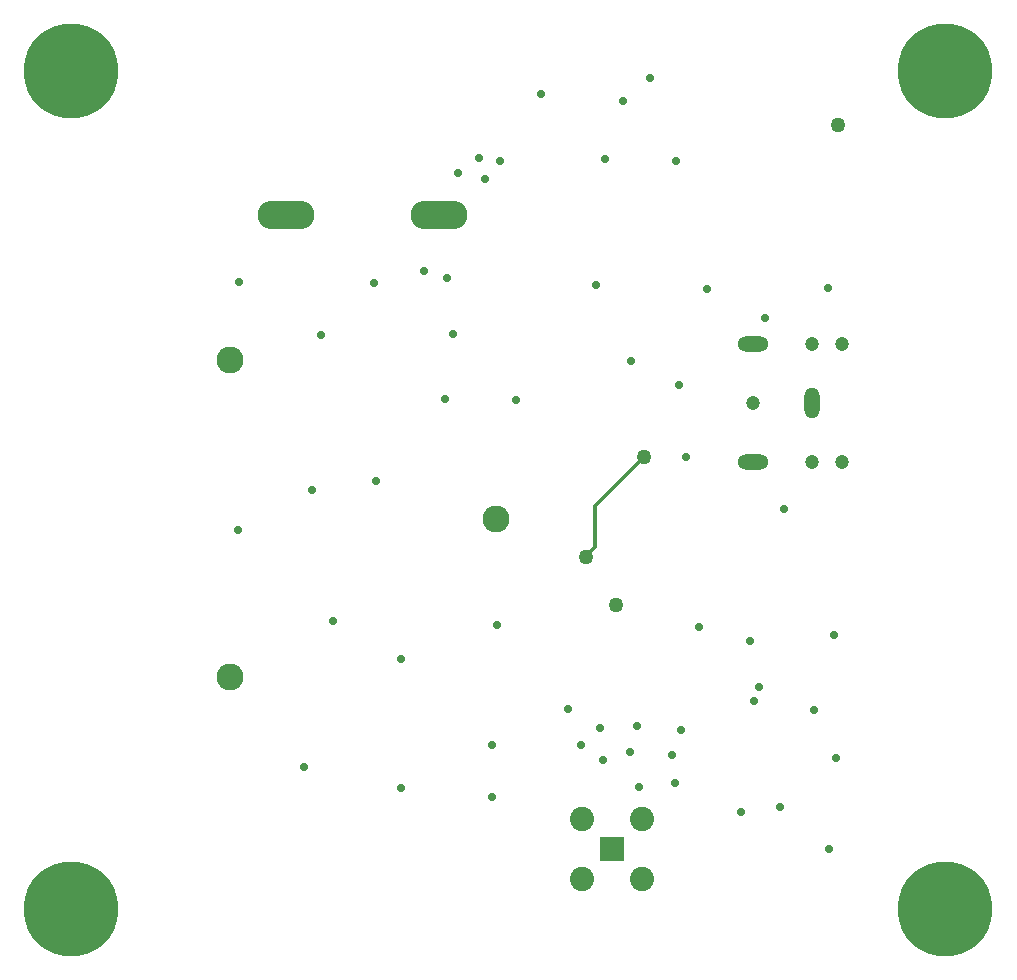
<source format=gbr>
%TF.GenerationSoftware,Altium Limited,Altium Designer,24.2.2 (26)*%
G04 Layer_Physical_Order=4*
G04 Layer_Color=16711680*
%FSLAX45Y45*%
%MOMM*%
%TF.SameCoordinates,979FBE80-878B-4EC3-91C7-7055811A0E5A*%
%TF.FilePolarity,Positive*%
%TF.FileFunction,Copper,L4,Bot,Signal*%
%TF.Part,Single*%
G01*
G75*
%TA.AperFunction,Conductor*%
%ADD32C,0.30000*%
%TA.AperFunction,ComponentPad*%
%ADD37C,2.28600*%
%ADD38O,4.82000X2.41000*%
%ADD39C,8.00000*%
%ADD40O,1.30800X2.61600*%
%ADD41O,2.61600X1.30800*%
%ADD42C,1.20000*%
%ADD43C,2.05000*%
%ADD44R,2.05000X2.05000*%
%TA.AperFunction,ViaPad*%
%ADD45C,0.70000*%
%ADD46C,0.76200*%
%ADD47C,1.27000*%
D32*
X15430499Y6017260D02*
X15847060Y6433820D01*
X15356841Y5585460D02*
Y5591582D01*
X15430499Y5665242D02*
Y6017260D01*
X15356841Y5591582D02*
X15430499Y5665242D01*
D37*
X14592300Y5905500D02*
D03*
X12341860Y4566920D02*
D03*
Y7254240D02*
D03*
D38*
X14112241Y8483600D02*
D03*
X12816840D02*
D03*
D39*
X11000000Y9700000D02*
D03*
Y2600000D02*
D03*
X18400000D02*
D03*
Y9700000D02*
D03*
D40*
X17271620Y6888480D02*
D03*
D41*
X16771620Y7388480D02*
D03*
Y6388480D02*
D03*
D42*
X17521620D02*
D03*
X17271620D02*
D03*
X16771620Y6888480D02*
D03*
X17521620Y7388480D02*
D03*
X17271620D02*
D03*
D43*
X15321280Y3365500D02*
D03*
X15829280D02*
D03*
Y2857500D02*
D03*
X15321280D02*
D03*
D44*
X15575281Y3111500D02*
D03*
D45*
X12410440Y5816600D02*
D03*
X14630400Y8940800D02*
D03*
X14452600Y8966200D02*
D03*
X14503400Y8788400D02*
D03*
X14274800Y8839200D02*
D03*
X17475200Y3881120D02*
D03*
X16200121Y6428740D02*
D03*
X16111220Y3670300D02*
D03*
X15499080Y3863340D02*
D03*
X15476221Y4137660D02*
D03*
X15788640Y4155440D02*
D03*
X15806419Y3637280D02*
D03*
X16080740Y3911600D02*
D03*
X16159480Y4122420D02*
D03*
X15725140Y3937000D02*
D03*
X15313660Y3992880D02*
D03*
X15201900Y4300220D02*
D03*
X17459959Y4919980D02*
D03*
X16144240Y7040880D02*
D03*
X17401540Y7863840D02*
D03*
X16377921Y7856220D02*
D03*
X15740379Y7241540D02*
D03*
X15443201Y7886700D02*
D03*
X12418060Y7912100D02*
D03*
X14234160Y7475220D02*
D03*
X14175740Y7945120D02*
D03*
X13982700Y8008620D02*
D03*
X13563600Y7904480D02*
D03*
X13111481Y7459980D02*
D03*
X14160500Y6918960D02*
D03*
X14765021Y6911340D02*
D03*
X13040359Y6154420D02*
D03*
X13581380Y6225540D02*
D03*
X13210539Y5041900D02*
D03*
X13789661Y4719320D02*
D03*
X14605000Y5008880D02*
D03*
X12966701Y3807460D02*
D03*
X13789661Y3629660D02*
D03*
X14556740Y3992880D02*
D03*
Y3548380D02*
D03*
X16870680Y7604760D02*
D03*
X16316960Y4991100D02*
D03*
X17284700Y4287520D02*
D03*
X16118840Y8935720D02*
D03*
X17414240Y3108960D02*
D03*
X16779240Y4368800D02*
D03*
X16817340Y4480560D02*
D03*
X16741141Y4871720D02*
D03*
X17002760Y3464560D02*
D03*
X16667480Y3423920D02*
D03*
X17035780Y5989320D02*
D03*
X15671800Y9447800D02*
D03*
X15897861Y9641840D02*
D03*
X14975841Y9507220D02*
D03*
X15519400Y8956040D02*
D03*
D46*
X10757533Y9942467D02*
D03*
X10657100Y9700000D02*
D03*
X10757533Y9457533D02*
D03*
X11000000Y9357100D02*
D03*
X11242467Y9457533D02*
D03*
X11342900Y9700000D02*
D03*
X11242467Y9942467D02*
D03*
X11000000Y10042900D02*
D03*
X10757533Y2842467D02*
D03*
X10657100Y2600000D02*
D03*
X10757533Y2357533D02*
D03*
X11000000Y2257100D02*
D03*
X11242467Y2357533D02*
D03*
X11342900Y2600000D02*
D03*
X11242467Y2842467D02*
D03*
X11000000Y2942900D02*
D03*
X18157533Y2842467D02*
D03*
X18057100Y2600000D02*
D03*
X18157533Y2357533D02*
D03*
X18400000Y2257100D02*
D03*
X18642467Y2357533D02*
D03*
X18742900Y2600000D02*
D03*
X18642467Y2842467D02*
D03*
X18400000Y2942900D02*
D03*
X18157533Y9942467D02*
D03*
X18057100Y9700000D02*
D03*
X18157533Y9457533D02*
D03*
X18400000Y9357100D02*
D03*
X18642467Y9457533D02*
D03*
X18742900Y9700000D02*
D03*
X18642467Y9942467D02*
D03*
X18400000Y10042900D02*
D03*
D47*
X15847060Y6433820D02*
D03*
X15356841Y5585460D02*
D03*
X15610840Y5173980D02*
D03*
X17487900Y9240520D02*
D03*
%TF.MD5,0cfc8ccebf349fc536163da429d85442*%
M02*

</source>
